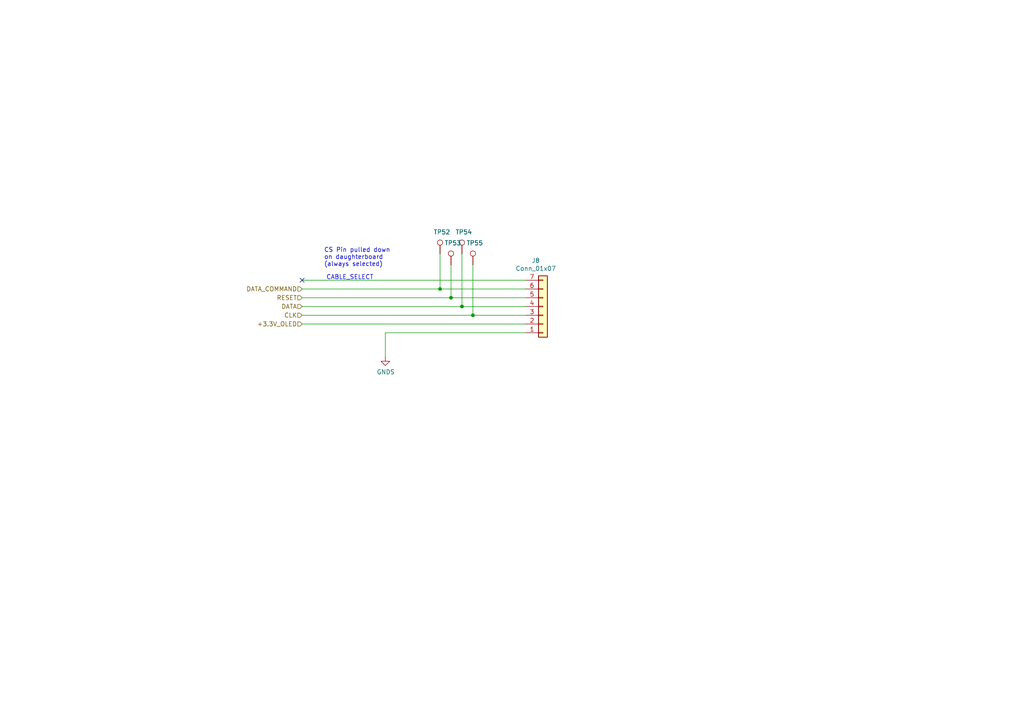
<source format=kicad_sch>
(kicad_sch (version 20211123) (generator eeschema)
  (paper "A4")
  (title_block (title "2.42\" SSD1309 OLED DIsplay Module") (date "2021-06-05") (rev "B") (company "Created by C Sutton"))
  (lib_symbols
    (symbol "Connector:TestPoint" (pin_numbers hide) (pin_names (offset 0.762) hide)
      (property "Reference" "TP" (at 0 6.858 0))
      (property "Value" "TestPoint" (at 0 5.08 0))
      (symbol "TestPoint_0_1"
        (circle (center 0 3.302) (radius 0.762))
      )
      (symbol "TestPoint_1_1"
        (pin passive line (at 0 0 90) (length 2.54) (name "1") (number "1"))
      )
    )
    (symbol "Connector_Generic:Conn_01x07" (pin_names (offset 1.016) hide)
      (property "Reference" "J" (at 0 10.16 0))
      (property "Value" "Conn_01x07" (at 0 -10.16 0))
      (symbol "Conn_01x07_1_1"
        (rectangle (start -1.27 -7.493) (end 0 -7.747) (stroke (width 0.1524)))
        (rectangle (start -1.27 -4.953) (end 0 -5.207) (stroke (width 0.1524)))
        (rectangle (start -1.27 -2.413) (end 0 -2.667) (stroke (width 0.1524)))
        (rectangle (start -1.27 0.127) (end 0 -0.127) (stroke (width 0.1524)))
        (rectangle (start -1.27 2.667) (end 0 2.413) (stroke (width 0.1524)))
        (rectangle (start -1.27 5.207) (end 0 4.953) (stroke (width 0.1524)))
        (rectangle (start -1.27 7.747) (end 0 7.493) (stroke (width 0.1524)))
        (rectangle (start -1.27 8.89) (end 1.27 -8.89) (stroke (width 0.254)) (fill (type background)))
        (pin passive line (at -5.08 7.62 0) (length 3.81) (name "Pin_1") (number "1"))
        (pin passive line (at -5.08 5.08 0) (length 3.81) (name "Pin_2") (number "2"))
        (pin passive line (at -5.08 2.54 0) (length 3.81) (name "Pin_3") (number "3"))
        (pin passive line (at -5.08 0 0) (length 3.81) (name "Pin_4") (number "4"))
        (pin passive line (at -5.08 -2.54 0) (length 3.81) (name "Pin_5") (number "5"))
        (pin passive line (at -5.08 -5.08 0) (length 3.81) (name "Pin_6") (number "6"))
        (pin passive line (at -5.08 -7.62 0) (length 3.81) (name "Pin_7") (number "7"))
      )
    )
    (symbol "power:GNDS" (power) (pin_names (offset 0))
      (property "Value" "GNDS" (at 0 -3.81 0))
      (symbol "GNDS_0_1"
        (polyline (pts (xy 0 0) (xy 0 -1.27) (xy 1.27 -1.27) (xy 0 -2.54) (xy -1.27 -1.27) (xy 0 -1.27)))
      )
      (symbol "GNDS_1_1"
        (pin power_in line (at 0 0 270) (length 0) hide (name "GNDS") (number "1"))
      )
    )
  )
  (junction (at 127.635 83.82))
  (junction (at 137.16 91.44))
  (junction (at 130.81 86.36))
  (junction (at 133.985 88.9))
  (no_connect (at 87.63 81.28))
  (wire (pts (xy 130.81 86.36) (xy 87.63 86.36)))
  (wire (pts (xy 133.985 88.9) (xy 133.985 73.66)))
  (wire (pts (xy 111.76 96.52) (xy 111.76 103.505)))
  (wire (pts (xy 127.635 83.82) (xy 127.635 73.66)))
  (wire (pts (xy 130.81 86.36) (xy 130.81 76.835)))
  (wire (pts (xy 137.16 91.44) (xy 137.16 76.835)))
  (wire (pts (xy 152.4 83.82) (xy 127.635 83.82)))
  (wire (pts (xy 152.4 93.98) (xy 87.63 93.98)))
  (wire (pts (xy 133.985 88.9) (xy 87.63 88.9)))
  (wire (pts (xy 152.4 88.9) (xy 133.985 88.9)))
  (wire (pts (xy 87.63 81.28) (xy 152.4 81.28)))
  (wire (pts (xy 137.16 91.44) (xy 87.63 91.44)))
  (wire (pts (xy 127.635 83.82) (xy 87.63 83.82)))
  (wire (pts (xy 152.4 96.52) (xy 111.76 96.52)))
  (wire (pts (xy 152.4 86.36) (xy 130.81 86.36)))
  (wire (pts (xy 152.4 91.44) (xy 137.16 91.44)))
  (text "CS Pin pulled down \non daughterboard \n(always selected)" (at 93.98 77.47 0) (effects (font (size 1.27 1.27)) (justify left bottom)))
  (text "CABLE_SELECT" (at 94.615 81.28 0) (effects (font (size 1.27 1.27)) (justify left bottom)))
  (hierarchical_label "RESET" (shape input) (at 87.63 86.36 180))
  (hierarchical_label "DATA_COMMAND" (shape input) (at 87.63 83.82 180))
  (hierarchical_label "CLK" (shape input) (at 87.63 91.44 180))
  (hierarchical_label "DATA" (shape input) (at 87.63 88.9 180))
  (hierarchical_label "+3.3V_OLED" (shape input) (at 87.63 93.98 180))
  (symbol (lib_id "Connector:TestPoint") (at 130.81 76.835 0) (unit 1)
    (property "Reference" "TP53" (at 128.905 70.485 0) (effects (justify left)))
    (property "Value" "TestPoint" (effects hide))
    (property "Footprint" "TestPoint:TestPoint_Pad_D1.0mm" (effects hide))
  )
  (symbol (lib_id "Connector:TestPoint") (at 133.985 73.66 0) (unit 1)
    (property "Reference" "TP54" (at 132.08 67.31 0) (effects (justify left)))
    (property "Value" "TestPoint" (effects hide))
    (property "Footprint" "TestPoint:TestPoint_Pad_D1.0mm" (effects hide))
  )
  (symbol (lib_id "Connector:TestPoint") (at 137.16 76.835 0) (unit 1)
    (property "Reference" "TP55" (at 135.255 70.485 0) (effects (justify left)))
    (property "Value" "TestPoint" (effects hide))
    (property "Footprint" "TestPoint:TestPoint_Pad_D1.0mm" (effects hide))
  )
  (symbol (lib_id "Connector:TestPoint") (at 127.635 73.66 0) (unit 1)
    (property "Reference" "TP52" (at 125.73 67.31 0) (effects (justify left)))
    (property "Value" "TestPoint" (effects hide))
    (property "Footprint" "TestPoint:TestPoint_Pad_D1.0mm" (effects hide))
  )
  (symbol (lib_id "Connector_Generic:Conn_01x07") (at 157.48 88.9 0) (mirror x) (unit 1)
    (property "Reference" "J8" (at 155.3972 75.565 0))
    (property "Value" "Conn_01x07" (at 155.3972 77.8764 0))
    (property "Footprint" "2.42Inch_OLED_SSD1309:2.42Inch_OLED_SSD1309" (effects hide))
  )
  (symbol (lib_id "power:GNDS") (at 111.76 103.505 0) (unit 1)
    (property "Reference" "#PWR040" (effects hide))
    (property "Value" "GNDS" (at 111.887 107.8992 0))
  )
)
</source>
